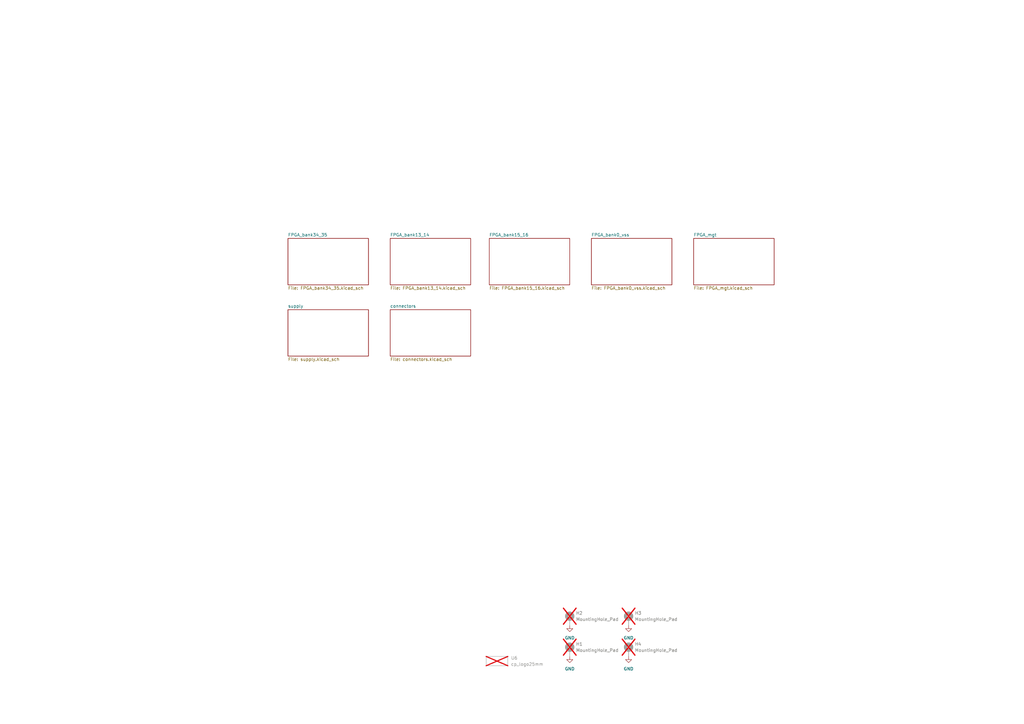
<source format=kicad_sch>
(kicad_sch (version 20230121) (generator eeschema)
  (paper "A3")
  (lib_symbols
    (symbol "Mechanical:MountingHole_Pad" (pin_numbers hide) (pin_names (offset 1.016) hide)
      (property "Reference" "H" (at 0 6.35 0))
      (property "Value" "MountingHole_Pad" (at 0 4.445 0))
      (symbol "MountingHole_Pad_0_1"
        (circle (center 0 1.27) (radius 1.27) (stroke (width 1.27)))
      )
      (symbol "MountingHole_Pad_1_1"
        (pin input line (at 0 -2.54 90) (length 2.54) (name "1") (number "1"))
      )
    )
    (symbol "cp_logo:cp_logo25mm"
      (property "Reference" "U" (at 0 0 0))
      (property "Value" "cp_logo25mm" (at 0 6.35 0))
      (symbol "cp_logo25mm_0_1"
        (rectangle (start -3.81 5.08) (end 5.08 1.27))
      )
    )
    (symbol "power:GND" (power) (pin_names (offset 0))
      (property "Value" "GND" (at 0 -3.81 0))
      (symbol "GND_0_1"
        (polyline (pts (xy 0 0) (xy 0 -1.27) (xy 1.27 -1.27) (xy 0 -2.54) (xy -1.27 -1.27) (xy 0 -1.27)))
      )
      (symbol "GND_1_1"
        (pin power_in line (at 0 0 270) (length 0) hide (name "GND") (number "1"))
      )
    )
  )
  (symbol (lib_id "power:GND") (at 233.68 269.24 0) (unit 1)
    (property "Reference" "#PWR053" (effects hide))
    (property "Value" "GND" (at 233.68 274.32 0))
  )
  (symbol (lib_id "power:GND") (at 233.68 256.54 0) (unit 1)
    (property "Reference" "#PWR054" (effects hide))
    (property "Value" "GND" (at 233.68 261.62 0))
  )
  (symbol (lib_id "Mechanical:MountingHole_Pad") (at 257.81 254 0) (unit 1) (dnp yes)
    (property "Reference" "H3" (at 260.35 251.46 0) (effects (justify left)))
    (property "Value" "MountingHole_Pad" (at 260.35 254 0) (effects (justify left)))
    (property "Footprint" "MountingHole:MountingHole_3.2mm_M3_ISO7380_Pad" (effects hide))
  )
  (symbol (lib_id "Mechanical:MountingHole_Pad") (at 233.68 254 0) (unit 1) (dnp yes)
    (property "Reference" "H2" (at 236.22 251.46 0) (effects (justify left)))
    (property "Value" "MountingHole_Pad" (at 236.22 254 0) (effects (justify left)))
    (property "Footprint" "MountingHole:MountingHole_3.2mm_M3_ISO7380_Pad" (effects hide))
  )
  (symbol (lib_id "power:GND") (at 257.81 256.54 0) (unit 1)
    (property "Reference" "#PWR055" (effects hide))
    (property "Value" "GND" (at 257.81 261.62 0))
  )
  (symbol (lib_id "cp_logo:cp_logo25mm") (at 203.2 274.32 0) (unit 1) (dnp yes)
    (property "Reference" "U6" (at 209.55 269.875 0) (effects (justify left)))
    (property "Value" "cp_logo25mm" (at 209.55 272.415 0) (effects (justify left)))
    (property "Footprint" "cplogo:logo25mm" (effects hide))
  )
  (symbol (lib_id "power:GND") (at 257.81 269.24 0) (unit 1)
    (property "Reference" "#PWR056" (effects hide))
    (property "Value" "GND" (at 257.81 274.32 0))
  )
  (symbol (lib_id "Mechanical:MountingHole_Pad") (at 233.68 266.7 0) (unit 1) (dnp yes)
    (property "Reference" "H1" (at 236.22 264.16 0) (effects (justify left)))
    (property "Value" "MountingHole_Pad" (at 236.22 266.7 0) (effects (justify left)))
    (property "Footprint" "MountingHole:MountingHole_3.2mm_M3_ISO7380_Pad" (effects hide))
  )
  (symbol (lib_id "Mechanical:MountingHole_Pad") (at 257.81 266.7 0) (unit 1) (dnp yes)
    (property "Reference" "H4" (at 260.35 264.16 0) (effects (justify left)))
    (property "Value" "MountingHole_Pad" (at 260.35 266.7 0) (effects (justify left)))
    (property "Footprint" "MountingHole:MountingHole_3.2mm_M3_ISO7380_Pad" (effects hide))
  )
  (sheet (at 160.02 97.79) (size 33.02 19.05) (stroke (width 0.1524))
    (property "Sheetname" "FPGA_bank13_14" (at 160.02 97.0784 0) (effects (justify left bottom)))
    (property "Sheetfile" "FPGA_bank13_14.kicad_sch" (at 160.02 117.4246 0) (effects (justify left top)))
  )
  (sheet (at 160.02 127) (size 33.02 19.05) (stroke (width 0.1524))
    (property "Sheetname" "connectors" (at 160.02 126.2884 0) (effects (justify left bottom)))
    (property "Sheetfile" "connectors.kicad_sch" (at 160.02 146.6346 0) (effects (justify left top)))
  )
  (sheet (at 118.11 97.79) (size 33.02 19.05) (stroke (width 0.1524))
    (property "Sheetname" "FPGA_bank34_35" (at 118.11 97.0784 0) (effects (justify left bottom)))
    (property "Sheetfile" "FPGA_bank34_35.kicad_sch" (at 118.11 117.4246 0) (effects (justify left top)))
  )
  (sheet (at 200.66 97.79) (size 33.02 19.05) (stroke (width 0.1524))
    (property "Sheetname" "FPGA_bank15_16" (at 200.66 97.0784 0) (effects (justify left bottom)))
    (property "Sheetfile" "FPGA_bank15_16.kicad_sch" (at 200.66 117.4246 0) (effects (justify left top)))
  )
  (sheet (at 242.57 97.79) (size 33.02 19.05) (stroke (width 0.1524))
    (property "Sheetname" "FPGA_bank0_vss" (at 242.57 97.0784 0) (effects (justify left bottom)))
    (property "Sheetfile" "FPGA_bank0_vss.kicad_sch" (at 242.57 117.4246 0) (effects (justify left top)))
  )
  (sheet (at 118.11 127) (size 33.02 19.05) (stroke (width 0.1524))
    (property "Sheetname" "supply" (at 118.11 126.2884 0) (effects (justify left bottom)))
    (property "Sheetfile" "supply.kicad_sch" (at 118.11 146.6346 0) (effects (justify left top)))
  )
  (sheet (at 284.48 97.79) (size 33.02 19.05) (stroke (width 0.1524))
    (property "Sheetname" "FPGA_mgt" (at 284.48 97.0784 0) (effects (justify left bottom)))
    (property "Sheetfile" "FPGA_mgt.kicad_sch" (at 284.48 117.4246 0) (effects (justify left top)))
  )
)
</source>
